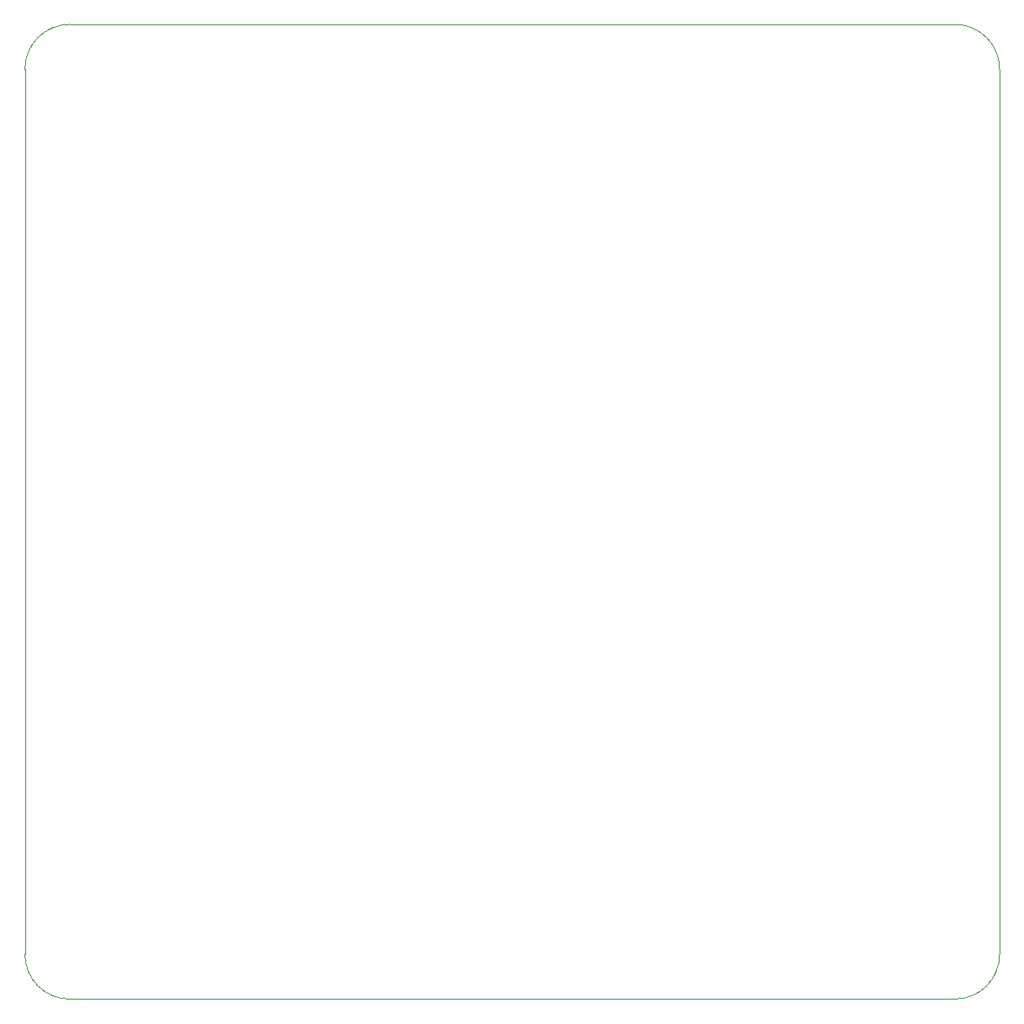
<source format=gbr>
%TF.GenerationSoftware,KiCad,Pcbnew,(6.0.2)*%
%TF.CreationDate,2022-02-23T19:08:17-05:00*%
%TF.ProjectId,SDP,5344502e-6b69-4636-9164-5f7063625858,rev?*%
%TF.SameCoordinates,Original*%
%TF.FileFunction,Profile,NP*%
%FSLAX46Y46*%
G04 Gerber Fmt 4.6, Leading zero omitted, Abs format (unit mm)*
G04 Created by KiCad (PCBNEW (6.0.2)) date 2022-02-23 19:08:17*
%MOMM*%
%LPD*%
G01*
G04 APERTURE LIST*
%TA.AperFunction,Profile*%
%ADD10C,0.100000*%
%TD*%
G04 APERTURE END LIST*
D10*
X81788000Y-44168000D02*
G75*
G03*
X77288000Y-48668000I-2J-4499998D01*
G01*
X175288000Y-137668000D02*
X175288000Y-48668000D01*
X170787971Y-142168000D02*
G75*
G03*
X175288000Y-137668000I1630J4498399D01*
G01*
X81788000Y-142168000D02*
X170788000Y-142168000D01*
X175288000Y-48668000D02*
G75*
G03*
X170788000Y-44168000I-4499998J2D01*
G01*
X77288000Y-137668000D02*
G75*
G03*
X81788000Y-142168000I4499998J-2D01*
G01*
X81788000Y-44168000D02*
X170788000Y-44168000D01*
X77288000Y-48668000D02*
X77288000Y-137668000D01*
M02*

</source>
